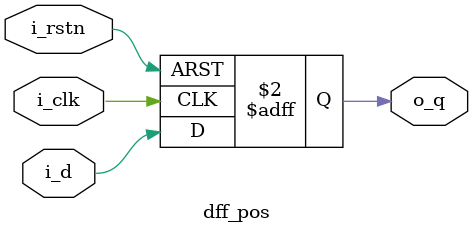
<source format=v>

module dff_neg
(
	output	reg	o_q,
	input		i_d,
	input		i_clk,	
	input		i_rstn	
);

	always	@(posedge i_clk, negedge i_rstn) begin
		if(!i_rstn) begin
			o_q	<= 1'b0;
		end else begin
			o_q <= i_d;
		end
	end	
endmodule

module dff_pos
(
	output	reg	o_q,
	input		i_d,
	input		i_clk,	
	input		i_rstn	
);

	always	@(posedge i_clk, posedge i_rstn) begin
		if(i_rstn) begin
			o_q	<= 1'b0;
		end else begin
			o_q <= i_d;
		end
	end	
endmodule

</source>
